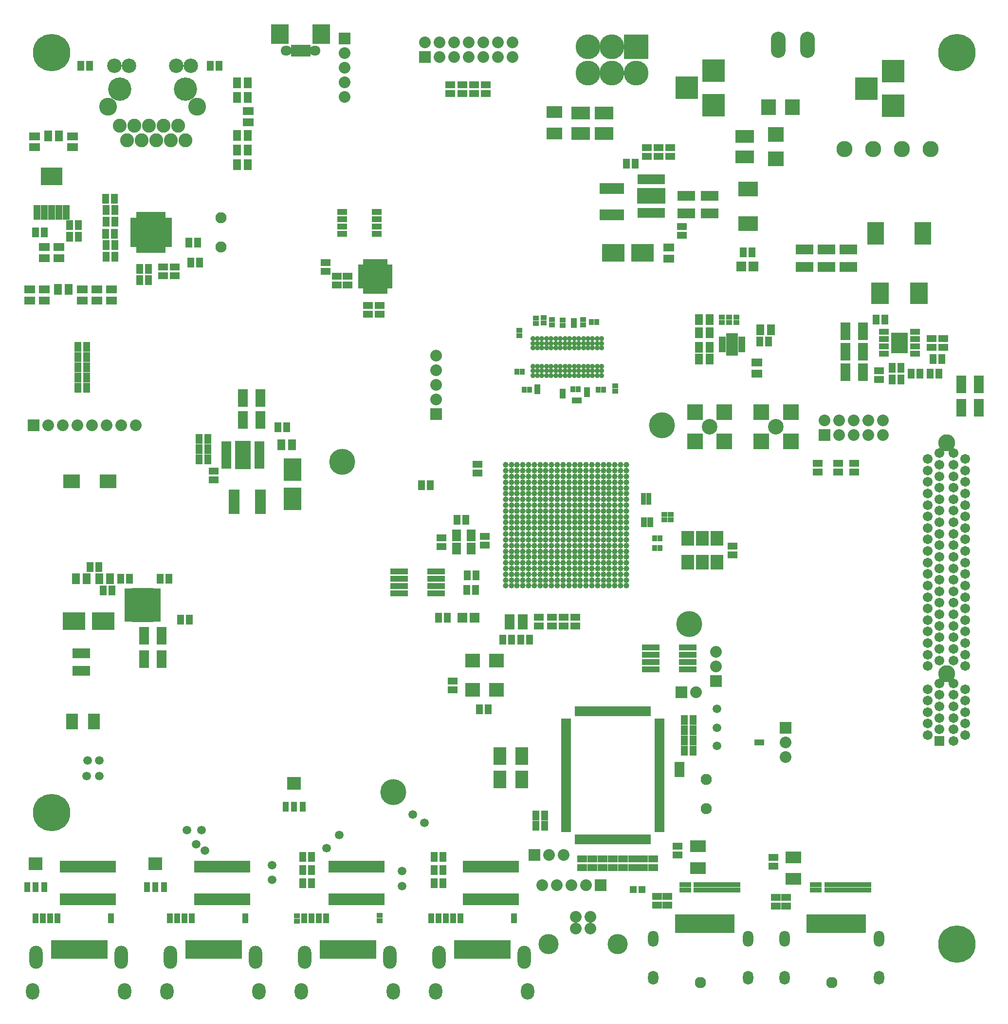
<source format=gts>
G04 (created by PCBNEW (2013-07-07 BZR 4022)-stable) date 10/11/2015 03:16:48 PM*
%MOIN*%
G04 Gerber Fmt 3.4, Leading zero omitted, Abs format*
%FSLAX34Y34*%
G01*
G70*
G90*
G04 APERTURE LIST*
%ADD10C,0.00590551*%
%ADD11R,0.118425X0.149921*%
%ADD12R,0.08X0.08*%
%ADD13C,0.08*%
%ADD14R,0.065X0.045*%
%ADD15R,0.033X0.128268*%
%ADD16O,0.0711811X0.110551*%
%ADD17O,0.0711811X0.0948031*%
%ADD18C,0.0770866*%
%ADD19C,0.25622*%
%ADD20C,0.110551*%
%ADD21R,0.0298X0.0495276*%
%ADD22R,0.0495276X0.0298*%
%ADD23R,0.201102X0.201102*%
%ADD24R,0.118425X0.13811*%
%ADD25R,0.035748X0.0829921*%
%ADD26O,0.0770866X0.0672441*%
%ADD27R,0.0302X0.0790551*%
%ADD28R,0.1066X0.0987402*%
%ADD29R,0.0987402X0.1066*%
%ADD30C,0.13811*%
%ADD31R,0.045X0.065*%
%ADD32R,0.0711811X0.0369291*%
%ADD33R,0.0369291X0.0711811*%
%ADD34C,0.076*%
%ADD35R,0.0607874X0.0788189*%
%ADD36R,0.118425X0.0436*%
%ADD37R,0.0357X0.0436*%
%ADD38R,0.0436X0.0357*%
%ADD39R,0.0672X0.0672*%
%ADD40R,0.07X0.058*%
%ADD41C,0.0397*%
%ADD42C,0.0357*%
%ADD43R,0.055X0.075*%
%ADD44R,0.075X0.055*%
%ADD45R,0.157795X0.118425*%
%ADD46R,0.118425X0.157795*%
%ADD47O,0.0908661X0.157795*%
%ADD48O,0.0908661X0.11252*%
%ADD49R,0.149921X0.118425*%
%ADD50R,0.0455906X0.1*%
%ADD51C,0.122362*%
%ADD52C,0.159764*%
%ADD53C,0.0951968*%
%ADD54C,0.0987402*%
%ADD55R,0.0514961X0.0310236*%
%ADD56R,0.0310236X0.0514961*%
%ADD57R,0.0879134X0.0879134*%
%ADD58R,0.07X0.12*%
%ADD59R,0.12X0.07*%
%ADD60R,0.0535X0.031*%
%ADD61R,0.148X0.236*%
%ADD62R,0.0672441X0.031811*%
%ADD63R,0.110551X0.197165*%
%ADD64R,0.031811X0.0672441*%
%ADD65R,0.197165X0.110551*%
%ADD66R,0.0849606X0.157795*%
%ADD67R,0.0672441X0.0400787*%
%ADD68R,0.114488X0.142047*%
%ADD69R,0.114488X0.153858*%
%ADD70R,0.075X0.17*%
%ADD71R,0.17X0.075*%
%ADD72R,0.1381X0.0987*%
%ADD73O,0.1X0.18*%
%ADD74R,0.1578X0.1578*%
%ADD75C,0.116457*%
%ADD76R,0.0672441X0.0672441*%
%ADD77C,0.0672441*%
%ADD78R,0.0672441X0.039685*%
%ADD79R,0.0948031X0.0869291*%
%ADD80R,0.0428346X0.0711811*%
%ADD81R,0.1066X0.083*%
%ADD82R,0.083X0.1066*%
%ADD83R,0.0514X0.0514*%
%ADD84R,0.13X0.09*%
%ADD85C,0.106614*%
%ADD86R,0.106614X0.106614*%
%ADD87R,0.100709X0.0928346*%
%ADD88R,0.0908661X0.0987402*%
%ADD89C,0.0593701*%
%ADD90R,0.118X0.095*%
%ADD91R,0.0869291X0.122362*%
%ADD92C,0.17*%
%ADD93R,0.17X0.17*%
%ADD94C,0.1775*%
G04 APERTURE END LIST*
G54D10*
G54D11*
X105557Y-40776D03*
X108234Y-40776D03*
G54D12*
X47605Y-49809D03*
G54D13*
X48605Y-49809D03*
X49605Y-49809D03*
X50605Y-49809D03*
X51605Y-49809D03*
X52605Y-49809D03*
X53605Y-49809D03*
X54605Y-49809D03*
G54D14*
X89350Y-79473D03*
X89350Y-80073D03*
G54D15*
X102267Y-83913D03*
X102464Y-83913D03*
X102661Y-83913D03*
X102858Y-83913D03*
X103055Y-83913D03*
X103251Y-83913D03*
X103448Y-83913D03*
X103645Y-83913D03*
X103842Y-83913D03*
X104039Y-83913D03*
X102070Y-83913D03*
X101873Y-83913D03*
X101677Y-83913D03*
X101480Y-83913D03*
X101283Y-83913D03*
X101086Y-83913D03*
X100889Y-83913D03*
X100692Y-83913D03*
G54D16*
X99019Y-84937D03*
X105515Y-84937D03*
G54D17*
X99019Y-87606D03*
X105515Y-87606D03*
G54D18*
X102267Y-87960D03*
G54D15*
X104236Y-83913D03*
X104432Y-83913D03*
G54D19*
X48820Y-24301D03*
X110820Y-85301D03*
X110820Y-24301D03*
G54D20*
X109035Y-30921D03*
X107066Y-30921D03*
X105097Y-30921D03*
X103129Y-30921D03*
G54D21*
X56516Y-35428D03*
X56359Y-35428D03*
X56201Y-35428D03*
X56044Y-35428D03*
X55887Y-35428D03*
X55729Y-35428D03*
X55572Y-35428D03*
X55414Y-35428D03*
X55257Y-35428D03*
X55099Y-35428D03*
X54942Y-35428D03*
X54784Y-35428D03*
X56044Y-37790D03*
X56201Y-37790D03*
X56359Y-37790D03*
X56516Y-37790D03*
G54D22*
X54469Y-36373D03*
X54469Y-36531D03*
X54469Y-36688D03*
X54469Y-36846D03*
X54469Y-37003D03*
X54469Y-37161D03*
X54469Y-37318D03*
X54469Y-37475D03*
G54D23*
X55650Y-36609D03*
G54D22*
X54469Y-35743D03*
X54469Y-35901D03*
X54469Y-36058D03*
X54469Y-36216D03*
G54D21*
X54784Y-37790D03*
X54942Y-37790D03*
X55099Y-37790D03*
X55257Y-37790D03*
X55414Y-37790D03*
X55572Y-37790D03*
X55729Y-37790D03*
X55887Y-37790D03*
G54D22*
X56831Y-37475D03*
X56831Y-37318D03*
X56831Y-37161D03*
X56831Y-37003D03*
X56831Y-36846D03*
X56831Y-36688D03*
X56831Y-36531D03*
X56831Y-36373D03*
X56831Y-36216D03*
X56831Y-36058D03*
X56831Y-35901D03*
X56831Y-35743D03*
G54D24*
X67317Y-23057D03*
X64482Y-23057D03*
G54D25*
X65900Y-24189D03*
X65644Y-24189D03*
X66155Y-24189D03*
X65388Y-24189D03*
X66411Y-24189D03*
G54D26*
X66884Y-24189D03*
X64915Y-24189D03*
G54D27*
X53089Y-80011D03*
X52892Y-80011D03*
X52695Y-80011D03*
X52498Y-80011D03*
X52301Y-80011D03*
X52105Y-80011D03*
X51908Y-80011D03*
X51711Y-80011D03*
X51514Y-80011D03*
X51317Y-80011D03*
X51120Y-80011D03*
X50923Y-80011D03*
X50727Y-80011D03*
X50530Y-80011D03*
X50333Y-80011D03*
X50136Y-80011D03*
X49939Y-80011D03*
X49742Y-80011D03*
X49546Y-80011D03*
X50333Y-82255D03*
X50136Y-82255D03*
X49939Y-82255D03*
X49742Y-82255D03*
X50530Y-82255D03*
X50727Y-82255D03*
X50923Y-82255D03*
X51120Y-82255D03*
X51317Y-82255D03*
X51514Y-82255D03*
X51711Y-82255D03*
X51908Y-82255D03*
X52105Y-82255D03*
X52301Y-82255D03*
X52498Y-82255D03*
X49546Y-82255D03*
X52695Y-82255D03*
X52892Y-82255D03*
X53089Y-82255D03*
G54D28*
X98450Y-31576D03*
X98450Y-29923D03*
G54D29*
X97923Y-28050D03*
X99576Y-28050D03*
G54D13*
X85730Y-83460D03*
X84730Y-83460D03*
X84730Y-84247D03*
X85730Y-84247D03*
G54D30*
X87592Y-85310D03*
X82868Y-85310D03*
G54D31*
X92160Y-69973D03*
X92760Y-69973D03*
G54D14*
X85860Y-79473D03*
X85860Y-80073D03*
X87960Y-79473D03*
X87960Y-80073D03*
X90050Y-79473D03*
X90050Y-80073D03*
G54D31*
X92160Y-72073D03*
X92760Y-72073D03*
G54D14*
X88660Y-79473D03*
X88660Y-80073D03*
X87260Y-79473D03*
X87260Y-80073D03*
G54D31*
X92160Y-71373D03*
X92760Y-71373D03*
X92160Y-70673D03*
X92760Y-70673D03*
G54D14*
X85160Y-79473D03*
X85160Y-80073D03*
X86560Y-79473D03*
X86560Y-80073D03*
G54D32*
X90468Y-77464D03*
X90468Y-77208D03*
X90468Y-76952D03*
X90468Y-76696D03*
X90468Y-76440D03*
X90468Y-76184D03*
X90468Y-75928D03*
X90468Y-75672D03*
X90468Y-75417D03*
X90468Y-75161D03*
X90468Y-74905D03*
X90468Y-74649D03*
X90468Y-74393D03*
X90468Y-74137D03*
X90468Y-73881D03*
X90468Y-73625D03*
X90468Y-73369D03*
X90468Y-73113D03*
X90468Y-72857D03*
X90468Y-72602D03*
X90468Y-72346D03*
X90468Y-72090D03*
X90468Y-71834D03*
X90468Y-71578D03*
X90468Y-71322D03*
X90468Y-71066D03*
X90468Y-70810D03*
X90468Y-70554D03*
X90468Y-70298D03*
X90468Y-70042D03*
G54D33*
X89691Y-69363D03*
X89435Y-69363D03*
X89179Y-69363D03*
X88923Y-69363D03*
X88667Y-69363D03*
X88411Y-69363D03*
X88155Y-69363D03*
X87900Y-69363D03*
X87644Y-69363D03*
X87388Y-69363D03*
X87132Y-69363D03*
X86876Y-69363D03*
X86620Y-69363D03*
X86364Y-69363D03*
X86108Y-69363D03*
X85852Y-69363D03*
X85596Y-69363D03*
X85340Y-69363D03*
X85085Y-69363D03*
X84829Y-69363D03*
G54D32*
X84051Y-70042D03*
X84051Y-70298D03*
X84051Y-70554D03*
X84051Y-70810D03*
X84051Y-71066D03*
X84051Y-71322D03*
X84051Y-71578D03*
X84051Y-71834D03*
X84051Y-72090D03*
X84051Y-72346D03*
X84051Y-72602D03*
X84051Y-72857D03*
X84051Y-73113D03*
X84051Y-73369D03*
X84051Y-73625D03*
X84051Y-73881D03*
X84051Y-74137D03*
X84051Y-74393D03*
X84051Y-74649D03*
X84051Y-74905D03*
X84051Y-75161D03*
X84051Y-75417D03*
X84051Y-75672D03*
X84051Y-75928D03*
X84051Y-76184D03*
X84051Y-76440D03*
X84051Y-76696D03*
X84051Y-76952D03*
X84051Y-77208D03*
X84051Y-77464D03*
G54D33*
X84829Y-78143D03*
X85085Y-78143D03*
X85340Y-78143D03*
X85596Y-78143D03*
X85852Y-78143D03*
X86108Y-78143D03*
X86364Y-78143D03*
X86620Y-78143D03*
X86876Y-78143D03*
X87132Y-78143D03*
X87388Y-78143D03*
X87644Y-78143D03*
X87900Y-78143D03*
X88155Y-78143D03*
X88411Y-78143D03*
X88667Y-78143D03*
X88923Y-78143D03*
X89179Y-78143D03*
X89435Y-78143D03*
X89691Y-78143D03*
G54D34*
X93660Y-76033D03*
X93660Y-74033D03*
G54D35*
X76571Y-57351D03*
X77571Y-57351D03*
X77571Y-58233D03*
X76571Y-58233D03*
G54D36*
X75177Y-59815D03*
X72642Y-59815D03*
X75177Y-60315D03*
X75177Y-60815D03*
X75177Y-61315D03*
X72642Y-60315D03*
X72642Y-60815D03*
X72642Y-61315D03*
G54D31*
X50650Y-45850D03*
X51250Y-45850D03*
G54D14*
X77768Y-26496D03*
X77768Y-27096D03*
X78568Y-26496D03*
X78568Y-27096D03*
X78501Y-58022D03*
X78501Y-57422D03*
G54D31*
X77211Y-56292D03*
X76611Y-56292D03*
G54D14*
X75531Y-57502D03*
X75531Y-58102D03*
G54D31*
X50650Y-47250D03*
X51250Y-47250D03*
X50650Y-46550D03*
X51250Y-46550D03*
X50650Y-45150D03*
X51250Y-45150D03*
X50650Y-44450D03*
X51250Y-44450D03*
X75950Y-62975D03*
X75350Y-62975D03*
G54D14*
X78011Y-53092D03*
X78011Y-52492D03*
X84700Y-62950D03*
X84700Y-63550D03*
G54D31*
X77255Y-61063D03*
X77855Y-61063D03*
X77309Y-60067D03*
X77909Y-60067D03*
G54D37*
X89373Y-55050D03*
X89727Y-55050D03*
X85812Y-42736D03*
X86166Y-42736D03*
G54D38*
X82110Y-47525D03*
X82110Y-47171D03*
G54D37*
X84892Y-47353D03*
X84538Y-47353D03*
G54D38*
X85514Y-47724D03*
X85514Y-47370D03*
G54D37*
X86629Y-47384D03*
X86275Y-47384D03*
G54D38*
X83820Y-47468D03*
X83820Y-47822D03*
X82000Y-42484D03*
X82000Y-42838D03*
X82536Y-42460D03*
X82536Y-42814D03*
X83109Y-42577D03*
X83109Y-42931D03*
X84585Y-42631D03*
X84585Y-42985D03*
G54D37*
X80715Y-46138D03*
X81069Y-46138D03*
X81568Y-47386D03*
X81214Y-47386D03*
G54D38*
X85246Y-42581D03*
X85246Y-42935D03*
X83829Y-42622D03*
X83829Y-42976D03*
X80866Y-43317D03*
X80866Y-43671D03*
G54D39*
X76962Y-62975D03*
X77788Y-62975D03*
G54D40*
X80206Y-63010D03*
X80206Y-63510D03*
X81106Y-63010D03*
X81106Y-63510D03*
G54D41*
X88195Y-52523D03*
X88195Y-52917D03*
X88195Y-53311D03*
X88195Y-53704D03*
X88195Y-54098D03*
X88195Y-54492D03*
X88195Y-54885D03*
X88195Y-55279D03*
X88195Y-55673D03*
X88195Y-56067D03*
X88195Y-56460D03*
X88195Y-56854D03*
X88195Y-57248D03*
X88195Y-57641D03*
X88195Y-58035D03*
X88195Y-58429D03*
X87801Y-52523D03*
X87407Y-52523D03*
X87014Y-52523D03*
X86620Y-52523D03*
X86226Y-52523D03*
X85833Y-52523D03*
X85439Y-52523D03*
X85045Y-52523D03*
X87801Y-58429D03*
X87801Y-58035D03*
X87801Y-57641D03*
X87801Y-57248D03*
X87801Y-56854D03*
X87801Y-56460D03*
X87801Y-56067D03*
X87801Y-55673D03*
X87801Y-55279D03*
X87801Y-54885D03*
X87801Y-54492D03*
X87801Y-54098D03*
X87801Y-52917D03*
X87801Y-53311D03*
X87801Y-53704D03*
X87407Y-52917D03*
X87407Y-53311D03*
X87407Y-53704D03*
X87407Y-54098D03*
X87407Y-54492D03*
X87407Y-54885D03*
X87407Y-55279D03*
X87407Y-55673D03*
X87014Y-52917D03*
X87014Y-53311D03*
X87014Y-53704D03*
X87014Y-54098D03*
X87014Y-54492D03*
X87014Y-54885D03*
X87014Y-55279D03*
X87014Y-55673D03*
X86620Y-52917D03*
X86620Y-53311D03*
X86620Y-53704D03*
X87407Y-56067D03*
X87014Y-56067D03*
X87407Y-56460D03*
X87014Y-56460D03*
X87014Y-56854D03*
X87407Y-56854D03*
X87407Y-57248D03*
X87407Y-57641D03*
X87014Y-57641D03*
X87014Y-57248D03*
X87407Y-58035D03*
X87014Y-58035D03*
X87014Y-58429D03*
X87407Y-58429D03*
X86620Y-57248D03*
X86226Y-57248D03*
X86226Y-57641D03*
X86620Y-57641D03*
X86620Y-58035D03*
X86226Y-58035D03*
X85833Y-58035D03*
X85833Y-58429D03*
X86226Y-58429D03*
X86620Y-58429D03*
X86226Y-52917D03*
X86226Y-53311D03*
X86226Y-53704D03*
X85833Y-53704D03*
X85833Y-53311D03*
X85833Y-52917D03*
X85439Y-52917D03*
X85439Y-53311D03*
X85439Y-53704D03*
X85045Y-53704D03*
X85045Y-53311D03*
X85045Y-52917D03*
X84651Y-52523D03*
X84651Y-52917D03*
X84651Y-53311D03*
X84651Y-53704D03*
X84258Y-53704D03*
X84258Y-53311D03*
X84258Y-52917D03*
X84258Y-52523D03*
X83864Y-52523D03*
X83864Y-52917D03*
X83864Y-53311D03*
X83864Y-53704D03*
X83470Y-53704D03*
X83077Y-53704D03*
X82683Y-53704D03*
X82683Y-53311D03*
X83077Y-53311D03*
X83470Y-53311D03*
X83470Y-52917D03*
X83077Y-52917D03*
X82683Y-52917D03*
X83470Y-52523D03*
X83077Y-52523D03*
X82683Y-52523D03*
X82289Y-52523D03*
X82289Y-52917D03*
X82289Y-53311D03*
X82289Y-53704D03*
X86620Y-55279D03*
X86620Y-54885D03*
X86620Y-54492D03*
X86620Y-54098D03*
X86226Y-54098D03*
X86226Y-54492D03*
X86226Y-54885D03*
X86226Y-55279D03*
X85833Y-54098D03*
X85833Y-54492D03*
X85833Y-54885D03*
X85439Y-54098D03*
X85439Y-54492D03*
X85045Y-54098D03*
X85045Y-54492D03*
X84651Y-54098D03*
X84651Y-54492D03*
X84258Y-54098D03*
X84258Y-54492D03*
X83864Y-54098D03*
X83864Y-54492D03*
X83077Y-54098D03*
X83077Y-54492D03*
X82683Y-54098D03*
X82683Y-54492D03*
X82289Y-54098D03*
X82289Y-54492D03*
X83470Y-54098D03*
X83470Y-54492D03*
X82683Y-54885D03*
X82683Y-55279D03*
X82683Y-55673D03*
X82683Y-56067D03*
X82683Y-56460D03*
X82289Y-54885D03*
X82289Y-55279D03*
X82289Y-55673D03*
X82289Y-56067D03*
X82289Y-56460D03*
X86620Y-55673D03*
X86620Y-56067D03*
X86620Y-56460D03*
X86620Y-56854D03*
X86226Y-55673D03*
X86226Y-56067D03*
X86226Y-56460D03*
X86226Y-56854D03*
X82683Y-56854D03*
X82289Y-56854D03*
X82683Y-57248D03*
X82289Y-57248D03*
X82289Y-57641D03*
X82683Y-57641D03*
X85439Y-58035D03*
X85045Y-58035D03*
X84651Y-58035D03*
X84258Y-58035D03*
X83864Y-58035D03*
X83470Y-58035D03*
X83077Y-58035D03*
X82683Y-58035D03*
X82289Y-58035D03*
X82289Y-58429D03*
X82683Y-58429D03*
X83077Y-58429D03*
X83470Y-58429D03*
X83864Y-58429D03*
X84258Y-58429D03*
X84651Y-58429D03*
X85045Y-58429D03*
X85439Y-58429D03*
X88195Y-58822D03*
X88195Y-59216D03*
X88195Y-59610D03*
X88195Y-60004D03*
X87801Y-58822D03*
X87801Y-59216D03*
X87801Y-59610D03*
X87801Y-60004D03*
X87407Y-58822D03*
X87407Y-59216D03*
X87407Y-59610D03*
X87407Y-60004D03*
X87014Y-58822D03*
X87014Y-59216D03*
X87014Y-59610D03*
X87014Y-60004D03*
X86620Y-58822D03*
X86620Y-59216D03*
X86620Y-59610D03*
X86620Y-60004D03*
X86226Y-58822D03*
X86226Y-59216D03*
X86226Y-59610D03*
X86226Y-60004D03*
X85833Y-58822D03*
X85833Y-59216D03*
X85833Y-59610D03*
X85833Y-60004D03*
X85439Y-58822D03*
X85439Y-59216D03*
X85439Y-59610D03*
X85439Y-60004D03*
X85045Y-58822D03*
X85045Y-59216D03*
X85045Y-59610D03*
X85045Y-60004D03*
X84651Y-58822D03*
X84651Y-59216D03*
X84651Y-59610D03*
X84651Y-60004D03*
X84258Y-58822D03*
X84258Y-59216D03*
X84258Y-59610D03*
X84258Y-60004D03*
X83864Y-58822D03*
X83864Y-59216D03*
X83864Y-59610D03*
X83864Y-60004D03*
X83470Y-58822D03*
X83470Y-59216D03*
X83470Y-59610D03*
X83470Y-60004D03*
X83077Y-58822D03*
X83077Y-59216D03*
X83077Y-59610D03*
X83077Y-60004D03*
X82683Y-58822D03*
X82683Y-59216D03*
X82683Y-59610D03*
X82683Y-60004D03*
X82289Y-58822D03*
X82289Y-59216D03*
X82289Y-59610D03*
X82289Y-60004D03*
X81896Y-52523D03*
X81502Y-52523D03*
X81108Y-52523D03*
X80714Y-52523D03*
X80714Y-52917D03*
X80714Y-53311D03*
X80714Y-53704D03*
X80714Y-54098D03*
X80714Y-54492D03*
X80714Y-54885D03*
X80714Y-55279D03*
X80714Y-55673D03*
X80714Y-56067D03*
X80714Y-56460D03*
X80714Y-56854D03*
X80714Y-57248D03*
X80714Y-57641D03*
X80714Y-58035D03*
X80714Y-58429D03*
X80714Y-58822D03*
X80714Y-59216D03*
X80714Y-59610D03*
X80714Y-60004D03*
X81108Y-52917D03*
X81108Y-53311D03*
X81108Y-53704D03*
X81108Y-54098D03*
X81108Y-54492D03*
X81108Y-54885D03*
X81108Y-55279D03*
X81108Y-55673D03*
X81108Y-56067D03*
X81108Y-56460D03*
X81108Y-56854D03*
X81108Y-57248D03*
X81108Y-57641D03*
X81108Y-58035D03*
X81108Y-58429D03*
X81108Y-58822D03*
X81108Y-59216D03*
X81108Y-59610D03*
X81108Y-60004D03*
X81502Y-52917D03*
X81502Y-53311D03*
X81502Y-53704D03*
X81502Y-54098D03*
X81502Y-54492D03*
X81502Y-54885D03*
X81502Y-55279D03*
X81502Y-55673D03*
X81502Y-56067D03*
X81502Y-56460D03*
X81502Y-56854D03*
X81502Y-57248D03*
X81502Y-57641D03*
X81502Y-58035D03*
X81502Y-58429D03*
X81502Y-58822D03*
X81502Y-59216D03*
X81502Y-59610D03*
X81502Y-60004D03*
X81896Y-52917D03*
X81896Y-53311D03*
X81896Y-53704D03*
X81896Y-54098D03*
X81896Y-54492D03*
X81896Y-54885D03*
X81896Y-55279D03*
X81896Y-55673D03*
X81896Y-56067D03*
X81896Y-56460D03*
X81896Y-56854D03*
X81896Y-57248D03*
X81896Y-57641D03*
X81896Y-58035D03*
X81896Y-58429D03*
X81896Y-58822D03*
X81896Y-59216D03*
X81896Y-59610D03*
X81896Y-60004D03*
X80321Y-52523D03*
X80321Y-52917D03*
X80321Y-53311D03*
X80321Y-53704D03*
X80321Y-54098D03*
X80321Y-54492D03*
X80321Y-54885D03*
X80321Y-55279D03*
X80321Y-55673D03*
X80321Y-56066D03*
X80321Y-56460D03*
X80321Y-56854D03*
X80321Y-57248D03*
X80321Y-57641D03*
X80321Y-58035D03*
X80321Y-58429D03*
X80321Y-58822D03*
X80321Y-59216D03*
X80321Y-59610D03*
X80321Y-60003D03*
X80321Y-60397D03*
X80321Y-60791D03*
X79927Y-52523D03*
X79927Y-52917D03*
X79927Y-53311D03*
X79927Y-53704D03*
X79927Y-54098D03*
X79927Y-54492D03*
X79927Y-54885D03*
X79927Y-55279D03*
X79927Y-55673D03*
X79927Y-56066D03*
X79927Y-56460D03*
X79927Y-56854D03*
X79927Y-57248D03*
X79927Y-57641D03*
X79927Y-58035D03*
X79927Y-58429D03*
X79927Y-58822D03*
X79927Y-59216D03*
X79927Y-59610D03*
X79927Y-60003D03*
X79927Y-60397D03*
X79927Y-60791D03*
X83077Y-54885D03*
X83077Y-55279D03*
X83077Y-55673D03*
X83077Y-56066D03*
X83077Y-56460D03*
X83077Y-56854D03*
X83077Y-57248D03*
X83077Y-57641D03*
X83470Y-54885D03*
X83470Y-55279D03*
X83470Y-55673D03*
X83470Y-56066D03*
X83470Y-56460D03*
X83470Y-56854D03*
X83470Y-57248D03*
X83470Y-57641D03*
X83864Y-54885D03*
X83864Y-55279D03*
X83864Y-55673D03*
X83864Y-56066D03*
X83864Y-56460D03*
X83864Y-56854D03*
X83864Y-57248D03*
X83864Y-57641D03*
X84258Y-54885D03*
X84258Y-55279D03*
X84258Y-55673D03*
X84258Y-56066D03*
X84258Y-56460D03*
X84258Y-56854D03*
X84258Y-57248D03*
X84258Y-57641D03*
X84652Y-54885D03*
X84652Y-55279D03*
X84652Y-55673D03*
X84652Y-56066D03*
X84652Y-56460D03*
X84652Y-56854D03*
X84652Y-57248D03*
X84652Y-57641D03*
X85833Y-55279D03*
X85833Y-55673D03*
X85833Y-56066D03*
X85833Y-56460D03*
X85833Y-56854D03*
X85833Y-57248D03*
X85833Y-57641D03*
X85439Y-54885D03*
X85439Y-55279D03*
X85439Y-55673D03*
X85439Y-56066D03*
X85439Y-56460D03*
X85439Y-56854D03*
X85439Y-57248D03*
X85439Y-57641D03*
X85045Y-54885D03*
X85045Y-55279D03*
X85045Y-55673D03*
X85045Y-56066D03*
X85045Y-56460D03*
X85045Y-56854D03*
X85045Y-57248D03*
X85045Y-57641D03*
X88195Y-60397D03*
X88195Y-60791D03*
X87801Y-60397D03*
X87801Y-60791D03*
X87407Y-60397D03*
X87407Y-60791D03*
X87014Y-60397D03*
X87014Y-60791D03*
X86620Y-60397D03*
X86620Y-60791D03*
X86226Y-60397D03*
X86226Y-60791D03*
X85833Y-60397D03*
X85833Y-60791D03*
X85439Y-60397D03*
X85439Y-60791D03*
X85045Y-60397D03*
X85045Y-60791D03*
X84652Y-60397D03*
X84652Y-60791D03*
X84258Y-60397D03*
X84258Y-60791D03*
X83864Y-60397D03*
X83864Y-60791D03*
X83470Y-60397D03*
X83470Y-60791D03*
X83077Y-60397D03*
X83077Y-60791D03*
X82683Y-60397D03*
X82683Y-60791D03*
X82289Y-60397D03*
X82289Y-60791D03*
X81896Y-60397D03*
X81896Y-60791D03*
X81502Y-60397D03*
X81502Y-60791D03*
X81108Y-60397D03*
X81108Y-60791D03*
X80715Y-60397D03*
X80715Y-60791D03*
G54D42*
X81786Y-46402D03*
X81786Y-46087D03*
X81786Y-45772D03*
X81786Y-44512D03*
X81786Y-44197D03*
X81786Y-43882D03*
X82101Y-46402D03*
X82416Y-46402D03*
X82731Y-46402D03*
X83045Y-46402D03*
X83360Y-46402D03*
X83675Y-46402D03*
X83990Y-46402D03*
X83990Y-46087D03*
X83990Y-45772D03*
X83991Y-44513D03*
X83991Y-44198D03*
X83991Y-43883D03*
X83676Y-43883D03*
X83361Y-43883D03*
X83046Y-43883D03*
X82732Y-43883D03*
X82417Y-43883D03*
X82102Y-43883D03*
X82731Y-45772D03*
X83045Y-45772D03*
X83046Y-44513D03*
X82732Y-44513D03*
X82417Y-44513D03*
X82416Y-45772D03*
X82416Y-46087D03*
X82731Y-46087D03*
X83045Y-46087D03*
X83360Y-46087D03*
X83675Y-46087D03*
X83675Y-45772D03*
X83360Y-45772D03*
X83361Y-44513D03*
X83676Y-44513D03*
X83676Y-44198D03*
X83361Y-44198D03*
X83046Y-44198D03*
X82732Y-44198D03*
X82417Y-44198D03*
X82102Y-44198D03*
X82102Y-44513D03*
X82101Y-45772D03*
X82101Y-46087D03*
X86196Y-46402D03*
X86196Y-43882D03*
X84306Y-46402D03*
X84306Y-46087D03*
X84306Y-45772D03*
X84306Y-44512D03*
X84306Y-44197D03*
X84306Y-43882D03*
X84621Y-46402D03*
X84621Y-46087D03*
X84621Y-45772D03*
X84621Y-44512D03*
X84621Y-44197D03*
X84621Y-43882D03*
X84936Y-46402D03*
X84936Y-46087D03*
X84936Y-45772D03*
X84936Y-44512D03*
X84936Y-44197D03*
X84936Y-43882D03*
X85251Y-46402D03*
X85251Y-46087D03*
X85251Y-45772D03*
X85251Y-44512D03*
X85251Y-44197D03*
X85251Y-43882D03*
X85566Y-46402D03*
X85566Y-46087D03*
X85566Y-45772D03*
X85566Y-44512D03*
X85566Y-44197D03*
X85566Y-43882D03*
X85881Y-46402D03*
X85881Y-46087D03*
X85881Y-45772D03*
X85881Y-44512D03*
X85881Y-44197D03*
X85881Y-43882D03*
X86196Y-46087D03*
X86196Y-45772D03*
X86196Y-44512D03*
X86196Y-44197D03*
X86511Y-46402D03*
X86511Y-46087D03*
X86511Y-45772D03*
X86511Y-44512D03*
X86511Y-44197D03*
X86511Y-43882D03*
G54D31*
X78150Y-69250D03*
X78750Y-69250D03*
G54D12*
X74385Y-24620D03*
G54D13*
X74385Y-23620D03*
X75385Y-24620D03*
X75385Y-23620D03*
X76385Y-24620D03*
X76385Y-23620D03*
X77385Y-24620D03*
X77385Y-23620D03*
X78385Y-24620D03*
X78385Y-23620D03*
X79385Y-24620D03*
X79385Y-23620D03*
X80385Y-24620D03*
X80385Y-23620D03*
G54D38*
X87424Y-47480D03*
X87424Y-47126D03*
G54D37*
X84984Y-48107D03*
X84630Y-48107D03*
X89373Y-54650D03*
X89727Y-54650D03*
G54D14*
X82202Y-63559D03*
X82202Y-62959D03*
G54D31*
X80954Y-64468D03*
X81554Y-64468D03*
X79735Y-64468D03*
X80335Y-64468D03*
X74766Y-53901D03*
X74166Y-53901D03*
G54D14*
X83900Y-62950D03*
X83900Y-63550D03*
X83100Y-62950D03*
X83100Y-63550D03*
G54D31*
X47750Y-36600D03*
X48350Y-36600D03*
G54D43*
X93162Y-42586D03*
X93912Y-42586D03*
G54D44*
X51932Y-40523D03*
X51932Y-41273D03*
G54D43*
X62276Y-29992D03*
X61526Y-29992D03*
G54D31*
X55482Y-39112D03*
X54882Y-39112D03*
X82600Y-77200D03*
X82000Y-77200D03*
X52551Y-35090D03*
X53151Y-35090D03*
G54D14*
X99137Y-82117D03*
X99137Y-82717D03*
G54D31*
X109795Y-45276D03*
X109195Y-45276D03*
G54D14*
X67615Y-39265D03*
X67615Y-38665D03*
G54D31*
X54851Y-39890D03*
X55451Y-39890D03*
X52551Y-35890D03*
X53151Y-35890D03*
X50675Y-36100D03*
X50075Y-36100D03*
G54D14*
X76968Y-26496D03*
X76968Y-27096D03*
X69098Y-39618D03*
X69098Y-40218D03*
G54D31*
X50075Y-36900D03*
X50675Y-36900D03*
G54D38*
X95737Y-42763D03*
X95737Y-42409D03*
X71290Y-83353D03*
X71290Y-83707D03*
X66130Y-83727D03*
X66130Y-83373D03*
G54D31*
X75050Y-81150D03*
X75650Y-81150D03*
X66050Y-81150D03*
X66650Y-81150D03*
X66050Y-79350D03*
X66650Y-79350D03*
X66050Y-80250D03*
X66650Y-80250D03*
X75050Y-79350D03*
X75650Y-79350D03*
X75050Y-80250D03*
X75650Y-80250D03*
X59687Y-25210D03*
X60287Y-25210D03*
G54D14*
X103800Y-53000D03*
X103800Y-52400D03*
X102700Y-53000D03*
X102700Y-52400D03*
G54D45*
X89288Y-38026D03*
X87288Y-38026D03*
G54D46*
X65336Y-52843D03*
X65336Y-54843D03*
G54D15*
X69132Y-85688D03*
X69329Y-85688D03*
X69526Y-85688D03*
X69723Y-85688D03*
X69920Y-85688D03*
X70116Y-85688D03*
X70313Y-85688D03*
X70510Y-85688D03*
X70707Y-85688D03*
X70904Y-85688D03*
X68935Y-85688D03*
X68738Y-85688D03*
X68542Y-85688D03*
X68345Y-85688D03*
X68148Y-85688D03*
X67951Y-85688D03*
X67754Y-85688D03*
X67557Y-85688D03*
X67361Y-85688D03*
G54D47*
X66160Y-86200D03*
X71987Y-86200D03*
G54D48*
X65924Y-88546D03*
X72223Y-88546D03*
G54D15*
X59932Y-85688D03*
X60129Y-85688D03*
X60326Y-85688D03*
X60523Y-85688D03*
X60720Y-85688D03*
X60916Y-85688D03*
X61113Y-85688D03*
X61310Y-85688D03*
X61507Y-85688D03*
X61704Y-85688D03*
X59735Y-85688D03*
X59538Y-85688D03*
X59342Y-85688D03*
X59145Y-85688D03*
X58948Y-85688D03*
X58751Y-85688D03*
X58554Y-85688D03*
X58357Y-85688D03*
X58161Y-85688D03*
G54D47*
X56960Y-86200D03*
X62787Y-86200D03*
G54D48*
X56724Y-88546D03*
X63023Y-88546D03*
G54D15*
X50732Y-85688D03*
X50929Y-85688D03*
X51126Y-85688D03*
X51323Y-85688D03*
X51520Y-85688D03*
X51716Y-85688D03*
X51913Y-85688D03*
X52110Y-85688D03*
X52307Y-85688D03*
X52504Y-85688D03*
X50535Y-85688D03*
X50338Y-85688D03*
X50142Y-85688D03*
X49945Y-85688D03*
X49748Y-85688D03*
X49551Y-85688D03*
X49354Y-85688D03*
X49157Y-85688D03*
X48961Y-85688D03*
G54D47*
X47760Y-86200D03*
X53587Y-86200D03*
G54D48*
X47524Y-88546D03*
X53823Y-88546D03*
G54D15*
X78332Y-85688D03*
X78529Y-85688D03*
X78726Y-85688D03*
X78923Y-85688D03*
X79120Y-85688D03*
X79316Y-85688D03*
X79513Y-85688D03*
X79710Y-85688D03*
X79907Y-85688D03*
X80104Y-85688D03*
X78135Y-85688D03*
X77938Y-85688D03*
X77742Y-85688D03*
X77545Y-85688D03*
X77348Y-85688D03*
X77151Y-85688D03*
X76954Y-85688D03*
X76757Y-85688D03*
X76561Y-85688D03*
G54D47*
X75360Y-86200D03*
X81187Y-86200D03*
G54D48*
X75124Y-88546D03*
X81423Y-88546D03*
G54D14*
X57251Y-38990D03*
X57251Y-39590D03*
G54D31*
X58250Y-37309D03*
X58850Y-37309D03*
X52550Y-34309D03*
X53150Y-34309D03*
G54D14*
X56451Y-38990D03*
X56451Y-39590D03*
G54D31*
X58351Y-38690D03*
X58951Y-38690D03*
X52551Y-37490D03*
X53151Y-37490D03*
X52550Y-36709D03*
X53150Y-36709D03*
G54D49*
X48850Y-32790D03*
G54D50*
X48850Y-35231D03*
X49850Y-35231D03*
X48350Y-35231D03*
X49350Y-35231D03*
X47850Y-35231D03*
G54D44*
X49325Y-37625D03*
X49325Y-38375D03*
X48350Y-37625D03*
X48350Y-38375D03*
G54D51*
X52701Y-28010D03*
X58800Y-28010D03*
G54D52*
X53500Y-26809D03*
X58000Y-26809D03*
G54D53*
X56498Y-29309D03*
X57998Y-30309D03*
X56998Y-30309D03*
X55998Y-30309D03*
X54998Y-30309D03*
X55498Y-29309D03*
X54498Y-29309D03*
X57498Y-29309D03*
G54D54*
X58361Y-25211D03*
X57361Y-25211D03*
X54140Y-25211D03*
X53140Y-25211D03*
G54D53*
X53498Y-29309D03*
X53998Y-30309D03*
G54D31*
X52551Y-38290D03*
X53151Y-38290D03*
G54D44*
X47332Y-40523D03*
X47332Y-41273D03*
X48332Y-40523D03*
X48332Y-41273D03*
X50932Y-40523D03*
X50932Y-41273D03*
X52932Y-40523D03*
X52932Y-41273D03*
G54D43*
X62276Y-26392D03*
X61526Y-26392D03*
X62276Y-27392D03*
X61526Y-27392D03*
X62276Y-30992D03*
X61526Y-30992D03*
X62276Y-31992D03*
X61526Y-31992D03*
G54D44*
X47672Y-30043D03*
X47672Y-30793D03*
X50272Y-30043D03*
X50272Y-30793D03*
X62301Y-28317D03*
X62301Y-29067D03*
G54D43*
X49257Y-40498D03*
X50007Y-40498D03*
X48597Y-30018D03*
X49347Y-30018D03*
G54D14*
X59941Y-53553D03*
X59941Y-52953D03*
G54D31*
X54170Y-60310D03*
X53570Y-60310D03*
X52070Y-59510D03*
X51470Y-59510D03*
X52370Y-61110D03*
X52970Y-61110D03*
X97337Y-44086D03*
X97937Y-44086D03*
X56870Y-60310D03*
X56270Y-60310D03*
X59541Y-50753D03*
X58941Y-50753D03*
X58941Y-52153D03*
X59541Y-52153D03*
X88188Y-31926D03*
X88788Y-31926D03*
G54D14*
X91188Y-31426D03*
X91188Y-30826D03*
X90388Y-30826D03*
X90388Y-31426D03*
G54D38*
X95237Y-42763D03*
X95237Y-42409D03*
X94737Y-42409D03*
X94737Y-42763D03*
G54D34*
X60447Y-35605D03*
X60447Y-37605D03*
G54D55*
X71941Y-40308D03*
X71941Y-40112D03*
X71941Y-39915D03*
X71941Y-39718D03*
X71941Y-39521D03*
X71941Y-39324D03*
X71941Y-39127D03*
X71941Y-38931D03*
G54D56*
X71685Y-38675D03*
X71488Y-38675D03*
X71292Y-38675D03*
X71095Y-38675D03*
X70898Y-38675D03*
X70701Y-38675D03*
X70504Y-38675D03*
X70307Y-38675D03*
G54D55*
X70051Y-38931D03*
X70051Y-39127D03*
X70051Y-39324D03*
X70051Y-39521D03*
X70051Y-39718D03*
X70051Y-39915D03*
X70051Y-40112D03*
X70051Y-40308D03*
G54D56*
X70307Y-40564D03*
X70504Y-40564D03*
X70701Y-40564D03*
X70898Y-40564D03*
X71095Y-40564D03*
X71292Y-40564D03*
X71488Y-40564D03*
X71685Y-40564D03*
G54D57*
X70657Y-39280D03*
X70657Y-39959D03*
X71336Y-39280D03*
X71336Y-39959D03*
G54D31*
X58270Y-63110D03*
X57670Y-63110D03*
G54D58*
X55170Y-64210D03*
X56370Y-64210D03*
X55170Y-65810D03*
X56370Y-65810D03*
G54D59*
X50870Y-66610D03*
X50870Y-65410D03*
G54D43*
X50495Y-60310D03*
X51245Y-60310D03*
X52845Y-60310D03*
X52095Y-60310D03*
G54D60*
X54095Y-61125D03*
X54095Y-61322D03*
X54095Y-61519D03*
X54095Y-61716D03*
X54095Y-61912D03*
X54095Y-62110D03*
X54095Y-62308D03*
X54095Y-62505D03*
X54095Y-62701D03*
X54095Y-62898D03*
X54095Y-63095D03*
X56044Y-63095D03*
X56044Y-62898D03*
X56044Y-62701D03*
X56044Y-62505D03*
X56044Y-62308D03*
X56044Y-62109D03*
X56044Y-61912D03*
X56044Y-61716D03*
X56044Y-61519D03*
X56044Y-61322D03*
X56044Y-61125D03*
G54D61*
X55070Y-62110D03*
G54D62*
X63083Y-51085D03*
X63083Y-51341D03*
X63083Y-51597D03*
X63083Y-51853D03*
X63083Y-52109D03*
X63083Y-52365D03*
X63083Y-52621D03*
X60799Y-52621D03*
X60799Y-52365D03*
X60799Y-52109D03*
X60799Y-51853D03*
X60799Y-51597D03*
X60799Y-51341D03*
X60799Y-51085D03*
G54D63*
X61941Y-51853D03*
G54D64*
X90656Y-35268D03*
X90400Y-35268D03*
X90144Y-35268D03*
X89888Y-35268D03*
X89632Y-35268D03*
X89376Y-35268D03*
X89120Y-35268D03*
X89120Y-32984D03*
X89376Y-32984D03*
X89632Y-32984D03*
X89888Y-32984D03*
X90144Y-32984D03*
X90400Y-32984D03*
X90656Y-32984D03*
G54D65*
X89888Y-34126D03*
G54D55*
X94775Y-44286D03*
X96098Y-44286D03*
X94775Y-44089D03*
X94775Y-43892D03*
X94775Y-44483D03*
X94775Y-44680D03*
X96098Y-44483D03*
X96098Y-44680D03*
X96098Y-44089D03*
X96098Y-43892D03*
G54D66*
X95437Y-44286D03*
G54D67*
X107958Y-43426D03*
X107958Y-43926D03*
X107958Y-44426D03*
X107958Y-44926D03*
X105832Y-44926D03*
X105832Y-44426D03*
X105832Y-43926D03*
X105832Y-43426D03*
G54D68*
X106895Y-44176D03*
G54D31*
X108995Y-46276D03*
X109595Y-46276D03*
X107695Y-46276D03*
X108295Y-46276D03*
G54D58*
X103195Y-43376D03*
X104395Y-43376D03*
G54D14*
X109895Y-44476D03*
X109895Y-43876D03*
X109095Y-43876D03*
X109095Y-44476D03*
G54D31*
X105295Y-42576D03*
X105895Y-42576D03*
G54D59*
X100395Y-38976D03*
X100395Y-37776D03*
X101895Y-38976D03*
X101895Y-37776D03*
X103395Y-38976D03*
X103395Y-37776D03*
G54D58*
X112350Y-47000D03*
X111150Y-47000D03*
G54D31*
X106395Y-45876D03*
X106995Y-45876D03*
G54D58*
X112350Y-48600D03*
X111150Y-48600D03*
X103195Y-46176D03*
X104395Y-46176D03*
X103195Y-44776D03*
X104395Y-44776D03*
G54D31*
X106395Y-46676D03*
X106995Y-46676D03*
G54D14*
X105495Y-46076D03*
X105495Y-46676D03*
G54D69*
X108495Y-36676D03*
X105267Y-36676D03*
G54D59*
X93888Y-34126D03*
X93888Y-35326D03*
G54D70*
X61341Y-55053D03*
X63141Y-55053D03*
G54D59*
X92288Y-35326D03*
X92288Y-34126D03*
G54D31*
X64341Y-49953D03*
X64941Y-49953D03*
G54D43*
X65316Y-51153D03*
X64566Y-51153D03*
G54D44*
X91088Y-38401D03*
X91088Y-37651D03*
G54D43*
X93162Y-43486D03*
X93912Y-43486D03*
G54D14*
X91988Y-36226D03*
X91988Y-36826D03*
X89588Y-31426D03*
X89588Y-30826D03*
G54D58*
X61941Y-47953D03*
X63141Y-47953D03*
X61941Y-49453D03*
X63141Y-49453D03*
G54D43*
X93162Y-44486D03*
X93912Y-44486D03*
G54D71*
X87188Y-33626D03*
X87188Y-35426D03*
G54D43*
X93162Y-45286D03*
X93912Y-45286D03*
X98112Y-43286D03*
X97362Y-43286D03*
G54D44*
X97137Y-46261D03*
X97137Y-45511D03*
G54D31*
X58941Y-51453D03*
X59541Y-51453D03*
G54D45*
X52370Y-63210D03*
X50370Y-63210D03*
G54D14*
X68376Y-40222D03*
X68376Y-39622D03*
X71296Y-41620D03*
X71296Y-42220D03*
X70496Y-41620D03*
X70496Y-42220D03*
G54D15*
X93283Y-83913D03*
X93479Y-83913D03*
X93676Y-83913D03*
X93873Y-83913D03*
X94070Y-83913D03*
X94267Y-83913D03*
X94464Y-83913D03*
X94660Y-83913D03*
X94857Y-83913D03*
X95054Y-83913D03*
X93086Y-83913D03*
X92889Y-83913D03*
X92692Y-83913D03*
X92495Y-83913D03*
X92298Y-83913D03*
X92101Y-83913D03*
X91905Y-83913D03*
X91708Y-83913D03*
G54D16*
X90034Y-84937D03*
X96531Y-84937D03*
G54D17*
X90034Y-87606D03*
X96531Y-87606D03*
G54D18*
X93283Y-87960D03*
G54D15*
X95251Y-83913D03*
X95448Y-83913D03*
G54D36*
X89882Y-66500D03*
X92417Y-66500D03*
X89882Y-66000D03*
X89882Y-65500D03*
X89882Y-65000D03*
X92417Y-66000D03*
X92417Y-65500D03*
X92417Y-65000D03*
G54D72*
X96530Y-33659D03*
X96530Y-36021D03*
G54D73*
X98602Y-23793D03*
X100602Y-23793D03*
G54D74*
X106478Y-27943D03*
X106478Y-25581D03*
X104628Y-26762D03*
X94182Y-27895D03*
X94182Y-25533D03*
X92332Y-26714D03*
G54D38*
X75832Y-83727D03*
X75832Y-83373D03*
G54D37*
X97122Y-71520D03*
X97476Y-71520D03*
G54D38*
X76332Y-83727D03*
X76332Y-83373D03*
X76832Y-83727D03*
X76832Y-83373D03*
X66632Y-83727D03*
X66632Y-83373D03*
X67132Y-83727D03*
X67132Y-83373D03*
X67632Y-83727D03*
X67632Y-83373D03*
X57432Y-83727D03*
X57432Y-83373D03*
X57932Y-83727D03*
X57932Y-83373D03*
X58432Y-83727D03*
X58432Y-83373D03*
X56932Y-83727D03*
X56932Y-83373D03*
X47732Y-83727D03*
X47732Y-83373D03*
X49232Y-83727D03*
X49232Y-83373D03*
X48732Y-83727D03*
X48732Y-83373D03*
X48232Y-83727D03*
X48232Y-83373D03*
X65630Y-83737D03*
X65630Y-83383D03*
X74830Y-83727D03*
X74830Y-83373D03*
X75330Y-83727D03*
X75330Y-83373D03*
G54D14*
X76150Y-26496D03*
X76150Y-27096D03*
G54D75*
X110123Y-51013D03*
X110123Y-66820D03*
G54D76*
X109631Y-71407D03*
G54D77*
X108843Y-71013D03*
X109631Y-70620D03*
X108843Y-70226D03*
X109631Y-69832D03*
X108843Y-69438D03*
X109631Y-69045D03*
X108843Y-68651D03*
X109631Y-68257D03*
X108843Y-67864D03*
X109631Y-67470D03*
X108843Y-66289D03*
X109631Y-65895D03*
X108843Y-65501D03*
X109631Y-65108D03*
X108843Y-64714D03*
X109631Y-64320D03*
X108843Y-63927D03*
X109631Y-63533D03*
X108843Y-63139D03*
X109631Y-62746D03*
X108843Y-62352D03*
X109631Y-61958D03*
X108843Y-61564D03*
X109631Y-61171D03*
X108843Y-60777D03*
X109631Y-60383D03*
X108843Y-59990D03*
X109631Y-59596D03*
X108843Y-59202D03*
X109631Y-58809D03*
X108843Y-58415D03*
X109631Y-58021D03*
X108843Y-57627D03*
X109631Y-57234D03*
X108843Y-56840D03*
X109631Y-56446D03*
X108843Y-56053D03*
X109631Y-55659D03*
X108843Y-55265D03*
X109631Y-54872D03*
X108843Y-54478D03*
X109631Y-54084D03*
X108843Y-53690D03*
X109631Y-53297D03*
X108843Y-52903D03*
X109631Y-52509D03*
X108843Y-52116D03*
X110615Y-71407D03*
X111402Y-71013D03*
X110615Y-70620D03*
X111402Y-70226D03*
X110615Y-69832D03*
X111402Y-69438D03*
X110615Y-69045D03*
X111402Y-68651D03*
X110615Y-68257D03*
X111402Y-67864D03*
X110615Y-67470D03*
X111402Y-66289D03*
X110615Y-65895D03*
X111402Y-65501D03*
X110615Y-65108D03*
X111402Y-64714D03*
X110615Y-64320D03*
X111402Y-63927D03*
X110615Y-63533D03*
X111402Y-63139D03*
X110615Y-62746D03*
X111402Y-62352D03*
X110615Y-61958D03*
X111402Y-61564D03*
X110615Y-61171D03*
X111402Y-60777D03*
X110615Y-60383D03*
X111402Y-59990D03*
X110615Y-59596D03*
X111402Y-59202D03*
X110615Y-58809D03*
X111402Y-58415D03*
X110615Y-58021D03*
X111402Y-57627D03*
X110615Y-57234D03*
X111402Y-56840D03*
X110615Y-56446D03*
X111402Y-56053D03*
X110615Y-55659D03*
X111402Y-55265D03*
X110615Y-54872D03*
X111402Y-54478D03*
X110615Y-54084D03*
X111402Y-53690D03*
X110615Y-53297D03*
X111402Y-52903D03*
X110615Y-52509D03*
X111402Y-52116D03*
X109631Y-51722D03*
X110615Y-51722D03*
G54D78*
X68733Y-35215D03*
X71096Y-35215D03*
X68733Y-35715D03*
X71096Y-35715D03*
X68733Y-36215D03*
X71096Y-36215D03*
X68733Y-36715D03*
X71096Y-36715D03*
G54D79*
X65450Y-74313D03*
G54D80*
X65450Y-75917D03*
X66040Y-75917D03*
X64859Y-75917D03*
G54D14*
X101300Y-52400D03*
X101300Y-53000D03*
G54D31*
X96215Y-37985D03*
X96815Y-37985D03*
G54D14*
X95465Y-58062D03*
X95465Y-58662D03*
G54D38*
X89400Y-56627D03*
X89400Y-56273D03*
X89850Y-56627D03*
X89850Y-56273D03*
G54D37*
X90133Y-58200D03*
X90487Y-58200D03*
X90143Y-57540D03*
X90497Y-57540D03*
G54D38*
X91250Y-56277D03*
X91250Y-55923D03*
X90800Y-56277D03*
X90800Y-55923D03*
G54D12*
X101772Y-50488D03*
G54D13*
X101772Y-49488D03*
X102772Y-50488D03*
X102772Y-49488D03*
X103772Y-50488D03*
X103772Y-49488D03*
X104772Y-50488D03*
X104772Y-49488D03*
X105772Y-50488D03*
X105772Y-49488D03*
G54D12*
X68890Y-23340D03*
G54D13*
X68890Y-24340D03*
X68890Y-25340D03*
X68890Y-26340D03*
X68890Y-27340D03*
G54D12*
X86441Y-81277D03*
G54D13*
X85441Y-81277D03*
X84441Y-81277D03*
X83441Y-81277D03*
X82441Y-81277D03*
G54D12*
X75172Y-49040D03*
G54D13*
X75172Y-48040D03*
X75172Y-47040D03*
X75172Y-46040D03*
X75172Y-45040D03*
G54D12*
X94331Y-67307D03*
G54D13*
X94331Y-66307D03*
X94331Y-65307D03*
G54D12*
X91969Y-68071D03*
G54D13*
X92969Y-68071D03*
G54D39*
X96907Y-38944D03*
X96081Y-38944D03*
G54D40*
X91820Y-73106D03*
X91820Y-73606D03*
G54D81*
X99640Y-79362D03*
X99640Y-80858D03*
X93100Y-78602D03*
X93100Y-80098D03*
G54D82*
X50242Y-70090D03*
X51738Y-70090D03*
G54D79*
X55950Y-79813D03*
G54D80*
X55950Y-81417D03*
X56540Y-81417D03*
X55359Y-81417D03*
G54D79*
X47750Y-79813D03*
G54D80*
X47750Y-81417D03*
X48340Y-81417D03*
X47159Y-81417D03*
G54D38*
X80490Y-83373D03*
X80490Y-83727D03*
G54D83*
X88668Y-81590D03*
X89258Y-81590D03*
G54D84*
X96300Y-31456D03*
X96300Y-30056D03*
G54D38*
X62089Y-83373D03*
X62089Y-83727D03*
X52886Y-83373D03*
X52886Y-83727D03*
G54D85*
X98450Y-49900D03*
G54D86*
X99453Y-48896D03*
X99453Y-50903D03*
X97446Y-50903D03*
X97446Y-48896D03*
G54D85*
X93900Y-49900D03*
G54D86*
X94903Y-48896D03*
X94903Y-50903D03*
X92896Y-50903D03*
X92896Y-48896D03*
G54D87*
X77656Y-65916D03*
X77656Y-67916D03*
X79309Y-67916D03*
X79309Y-65916D03*
G54D14*
X76300Y-67310D03*
X76300Y-67910D03*
G54D88*
X94400Y-59188D03*
X92400Y-59188D03*
X92400Y-57535D03*
X94400Y-57535D03*
X93400Y-59188D03*
X93400Y-57535D03*
G54D31*
X51446Y-25216D03*
X50846Y-25216D03*
X82600Y-76500D03*
X82000Y-76500D03*
G54D89*
X51237Y-73800D03*
X59100Y-77500D03*
X52086Y-72746D03*
X72850Y-80300D03*
X72850Y-81350D03*
X63950Y-79900D03*
X63950Y-80900D03*
X58100Y-77500D03*
X94400Y-71750D03*
X94400Y-70500D03*
X94400Y-69200D03*
G54D90*
X52702Y-53636D03*
X50195Y-53636D03*
G54D27*
X62289Y-80011D03*
X62092Y-80011D03*
X61895Y-80011D03*
X61698Y-80011D03*
X61501Y-80011D03*
X61305Y-80011D03*
X61108Y-80011D03*
X60911Y-80011D03*
X60714Y-80011D03*
X60517Y-80011D03*
X60320Y-80011D03*
X60123Y-80011D03*
X59927Y-80011D03*
X59730Y-80011D03*
X59533Y-80011D03*
X59336Y-80011D03*
X59139Y-80011D03*
X58942Y-80011D03*
X58746Y-80011D03*
X59533Y-82255D03*
X59336Y-82255D03*
X59139Y-82255D03*
X58942Y-82255D03*
X59730Y-82255D03*
X59927Y-82255D03*
X60123Y-82255D03*
X60320Y-82255D03*
X60517Y-82255D03*
X60714Y-82255D03*
X60911Y-82255D03*
X61108Y-82255D03*
X61305Y-82255D03*
X61501Y-82255D03*
X61698Y-82255D03*
X58746Y-82255D03*
X61895Y-82255D03*
X62092Y-82255D03*
X62289Y-82255D03*
X71489Y-80011D03*
X71292Y-80011D03*
X71095Y-80011D03*
X70898Y-80011D03*
X70701Y-80011D03*
X70505Y-80011D03*
X70308Y-80011D03*
X70111Y-80011D03*
X69914Y-80011D03*
X69717Y-80011D03*
X69520Y-80011D03*
X69323Y-80011D03*
X69127Y-80011D03*
X68930Y-80011D03*
X68733Y-80011D03*
X68536Y-80011D03*
X68339Y-80011D03*
X68142Y-80011D03*
X67946Y-80011D03*
X68733Y-82255D03*
X68536Y-82255D03*
X68339Y-82255D03*
X68142Y-82255D03*
X68930Y-82255D03*
X69127Y-82255D03*
X69323Y-82255D03*
X69520Y-82255D03*
X69717Y-82255D03*
X69914Y-82255D03*
X70111Y-82255D03*
X70308Y-82255D03*
X70505Y-82255D03*
X70701Y-82255D03*
X70898Y-82255D03*
X67946Y-82255D03*
X71095Y-82255D03*
X71292Y-82255D03*
X71489Y-82255D03*
X80689Y-80011D03*
X80492Y-80011D03*
X80295Y-80011D03*
X80098Y-80011D03*
X79901Y-80011D03*
X79705Y-80011D03*
X79508Y-80011D03*
X79311Y-80011D03*
X79114Y-80011D03*
X78917Y-80011D03*
X78720Y-80011D03*
X78523Y-80011D03*
X78327Y-80011D03*
X78130Y-80011D03*
X77933Y-80011D03*
X77736Y-80011D03*
X77539Y-80011D03*
X77342Y-80011D03*
X77146Y-80011D03*
X77933Y-82255D03*
X77736Y-82255D03*
X77539Y-82255D03*
X77342Y-82255D03*
X78130Y-82255D03*
X78327Y-82255D03*
X78523Y-82255D03*
X78720Y-82255D03*
X78917Y-82255D03*
X79114Y-82255D03*
X79311Y-82255D03*
X79508Y-82255D03*
X79705Y-82255D03*
X79901Y-82255D03*
X80098Y-82255D03*
X77146Y-82255D03*
X80295Y-82255D03*
X80492Y-82255D03*
X80689Y-82255D03*
G54D91*
X79550Y-74057D03*
X79550Y-72442D03*
X81050Y-74057D03*
X81050Y-72442D03*
G54D14*
X90300Y-82650D03*
X90300Y-82050D03*
X98438Y-82117D03*
X98438Y-82717D03*
X91700Y-79200D03*
X91700Y-78600D03*
X98256Y-79971D03*
X98256Y-79371D03*
G54D84*
X85080Y-28460D03*
X85080Y-29860D03*
X86670Y-28460D03*
X86670Y-29860D03*
G54D14*
X91000Y-82650D03*
X91000Y-82050D03*
G54D38*
X95395Y-81248D03*
X95395Y-81602D03*
X100957Y-81248D03*
X100957Y-81602D03*
X101357Y-81248D03*
X101357Y-81602D03*
X92045Y-81248D03*
X92045Y-81602D03*
X92445Y-81248D03*
X92445Y-81602D03*
X92995Y-81248D03*
X92995Y-81602D03*
X93395Y-81248D03*
X93395Y-81602D03*
X93795Y-81248D03*
X93795Y-81602D03*
X94195Y-81248D03*
X94195Y-81602D03*
X94595Y-81248D03*
X94595Y-81602D03*
X94995Y-81248D03*
X94995Y-81602D03*
X95795Y-81248D03*
X95795Y-81602D03*
X101962Y-81248D03*
X101962Y-81602D03*
X102362Y-81248D03*
X102362Y-81602D03*
X102762Y-81248D03*
X102762Y-81602D03*
X103162Y-81248D03*
X103162Y-81602D03*
X103562Y-81248D03*
X103562Y-81602D03*
X103962Y-81248D03*
X103962Y-81602D03*
X104362Y-81248D03*
X104362Y-81602D03*
X104762Y-81248D03*
X104762Y-81602D03*
G54D81*
X83260Y-28362D03*
X83260Y-29858D03*
G54D92*
X88856Y-25708D03*
X87206Y-25708D03*
X85556Y-25708D03*
X85556Y-23908D03*
X87206Y-23908D03*
G54D93*
X88856Y-23908D03*
G54D89*
X73560Y-76460D03*
X74380Y-77020D03*
X68540Y-77830D03*
X67670Y-78750D03*
X52101Y-73814D03*
X51300Y-72760D03*
X58750Y-78480D03*
X59340Y-78910D03*
G54D12*
X99110Y-70522D03*
G54D13*
X99110Y-71522D03*
X99110Y-72522D03*
G54D12*
X81887Y-79205D03*
G54D13*
X82887Y-79205D03*
X83887Y-79205D03*
G54D19*
X48820Y-76301D03*
G54D94*
X68750Y-52300D03*
X72250Y-74900D03*
X90650Y-49805D03*
X92497Y-63412D03*
M02*

</source>
